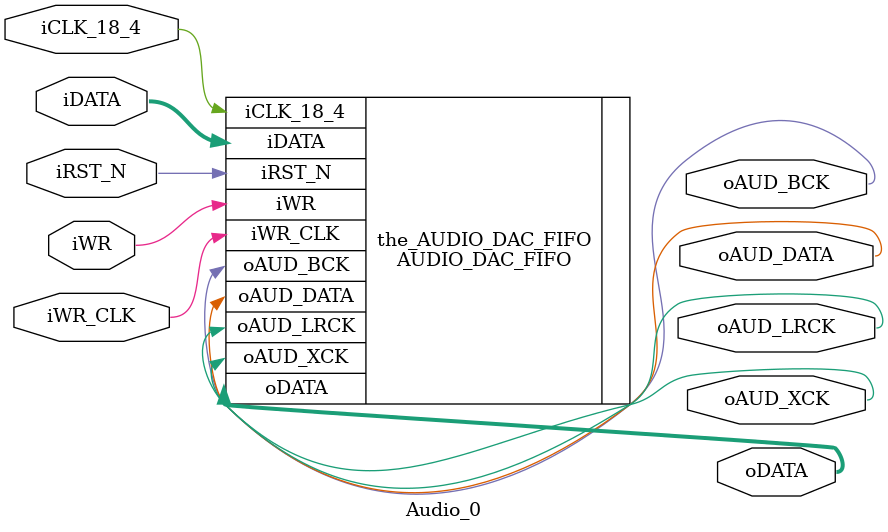
<source format=v>

`timescale 1ns / 1ps
// synthesis translate_on

// turn off superfluous verilog processor warnings 
// altera message_level Level1 
// altera message_off 10034 10035 10036 10037 10230 10240 10030 

module Audio_0 (
                 // inputs:
                  iCLK_18_4,
                  iDATA,
                  iRST_N,
                  iWR,
                  iWR_CLK,

                 // outputs:
                  oAUD_BCK,
                  oAUD_DATA,
                  oAUD_LRCK,
                  oAUD_XCK,
                  oDATA
               )
;

  output           oAUD_BCK;
  output           oAUD_DATA;
  output           oAUD_LRCK;
  output           oAUD_XCK;
  output  [ 15: 0] oDATA;
  input            iCLK_18_4;
  input   [ 15: 0] iDATA;
  input            iRST_N;
  input            iWR;
  input            iWR_CLK;

  wire             oAUD_BCK;
  wire             oAUD_DATA;
  wire             oAUD_LRCK;
  wire             oAUD_XCK;
  wire    [ 15: 0] oDATA;
  AUDIO_DAC_FIFO the_AUDIO_DAC_FIFO
    (
      .iCLK_18_4 (iCLK_18_4),
      .iDATA     (iDATA),
      .iRST_N    (iRST_N),
      .iWR       (iWR),
      .iWR_CLK   (iWR_CLK),
      .oAUD_BCK  (oAUD_BCK),
      .oAUD_DATA (oAUD_DATA),
      .oAUD_LRCK (oAUD_LRCK),
      .oAUD_XCK  (oAUD_XCK),
      .oDATA     (oDATA)
    );
  defparam the_AUDIO_DAC_FIFO.CHANNEL_NUM = 2,
           the_AUDIO_DAC_FIFO.DATA_WIDTH = 16,
           the_AUDIO_DAC_FIFO.REF_CLK = 18432000,
           the_AUDIO_DAC_FIFO.SAMPLE_RATE = 48000;


endmodule


</source>
